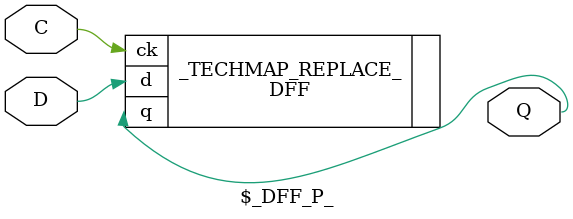
<source format=v>
/*
 *  yosys -- Yosys Open SYnthesis Suite
 *
 *  Copyright (C) 2012  Claire Xenia Wolf <claire@yosyshq.com>
 *
 *  Permission to use, copy, modify, and/or distribute this software for any
 *  purpose with or without fee is hereby granted, provided that the above
 *  copyright notice and this permission notice appear in all copies.
 *
 *  THE SOFTWARE IS PROVIDED "AS IS" AND THE AUTHOR DISCLAIMS ALL WARRANTIES
 *  WITH REGARD TO THIS SOFTWARE INCLUDING ALL IMPLIED WARRANTIES OF
 *  MERCHANTABILITY AND FITNESS. IN NO EVENT SHALL THE AUTHOR BE LIABLE FOR
 *  ANY SPECIAL, DIRECT, INDIRECT, OR CONSEQUENTIAL DAMAGES OR ANY DAMAGES
 *  WHATSOEVER RESULTING FROM LOSS OF USE, DATA OR PROFITS, WHETHER IN AN
 *  ACTION OF CONTRACT, NEGLIGENCE OR OTHER TORTIOUS ACTION, ARISING OUT OF
 *  OR IN CONNECTION WITH THE USE OR PERFORMANCE OF THIS SOFTWARE.
 *
 */
// > c60k28 (Viacheslav, VT) [at] yandex [dot] com
// > Achronix eFPGA technology mapping. User must first simulate the generated \
// > netlist before going to test it on board/custom chip.

// > Input/Output buffers <
// Input buffer map
module \$__inpad (input I, output O);
    PADIN _TECHMAP_REPLACE_ (.padout(O), .padin(I));
endmodule
// Output buffer map
module \$__outpad (input I, output O);
    PADOUT _TECHMAP_REPLACE_ (.padout(O), .padin(I), .oe(1'b1));
endmodule
// > end buffers <

// > Look-Up table <
// > VT: I still think Achronix folks would have chosen a better \
// >     logic architecture.
// LUT Map
module \$lut (A, Y);
   parameter WIDTH  = 0;
   parameter LUT    = 0;
   (* force_downto *)
   input [WIDTH-1:0] A;
   output 	     Y;
   generate
      if (WIDTH == 1) begin
	   // VT: This is not consistent and ACE will complain: assign Y = ~A[0];
         LUT4 #(.lut_function({4{LUT}})) _TECHMAP_REPLACE_
           (.dout(Y), .din0(A[0]), .din1(1'b0), .din2(1'b0), .din3(1'b0));
      end else
      if (WIDTH == 2) begin
              LUT4 #(.lut_function({4{LUT}})) _TECHMAP_REPLACE_
                (.dout(Y), .din0(A[0]), .din1(A[1]), .din2(1'b0), .din3(1'b0));
      end else
      if(WIDTH == 3) begin
	      LUT4 #(.lut_function({2{LUT}})) _TECHMAP_REPLACE_
                (.dout(Y), .din0(A[0]), .din1(A[1]), .din2(A[2]), .din3(1'b0));
      end else
      if(WIDTH == 4) begin
             LUT4 #(.lut_function(LUT)) _TECHMAP_REPLACE_
               (.dout(Y), .din0(A[0]), .din1(A[1]), .din2(A[2]), .din3(A[3]));
      end else
	   wire _TECHMAP_FAIL_ = 1;
   endgenerate
endmodule
// > end LUT <

// > Flops <
// DFF flop
module  \$_DFF_P_ (input D, C, output Q);
   DFF _TECHMAP_REPLACE_
     (.q(Q), .d(D), .ck(C));
endmodule


</source>
